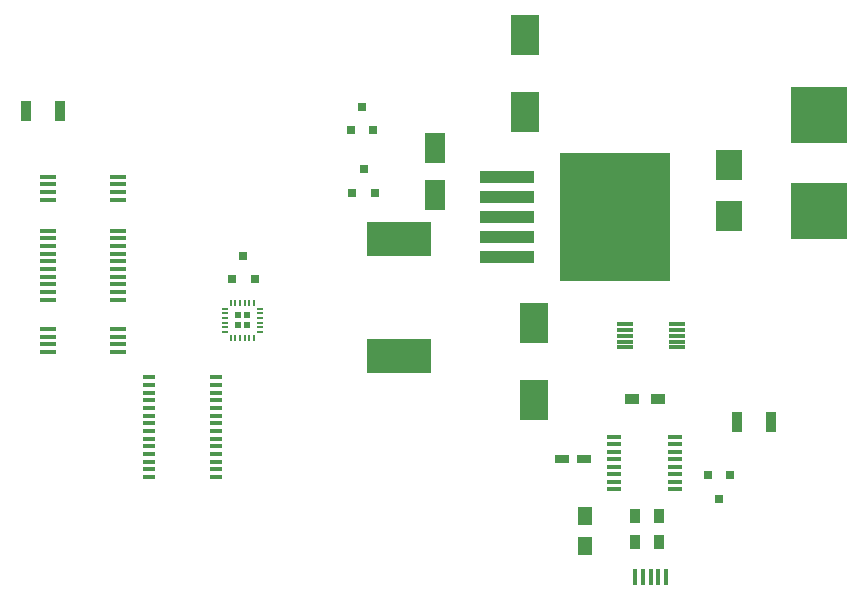
<source format=gbr>
G04 #@! TF.FileFunction,Paste,Top*
%FSLAX46Y46*%
G04 Gerber Fmt 4.6, Leading zero omitted, Abs format (unit mm)*
G04 Created by KiCad (PCBNEW (2015-11-11 BZR 6310)-product) date Sun 20 Dec 2015 11:13:31 PM CST*
%MOMM*%
G01*
G04 APERTURE LIST*
%ADD10C,0.100000*%
%ADD11R,0.400000X1.350000*%
%ADD12R,0.800100X0.800100*%
%ADD13R,4.600000X1.100000*%
%ADD14R,9.400000X10.800000*%
%ADD15R,0.900000X1.200000*%
%ADD16R,2.400300X3.500120*%
%ADD17R,1.200000X0.400000*%
%ADD18R,1.200000X0.750000*%
%ADD19R,1.450000X0.450000*%
%ADD20R,1.100000X0.400000*%
%ADD21R,1.400000X0.300000*%
%ADD22R,0.200000X0.550000*%
%ADD23R,0.550000X0.200000*%
%ADD24R,0.480000X0.525000*%
%ADD25R,1.200000X0.900000*%
%ADD26R,4.700000X4.700000*%
%ADD27R,0.900000X1.700000*%
%ADD28R,2.301240X2.499360*%
%ADD29R,1.800860X2.499360*%
%ADD30R,1.250000X1.500000*%
%ADD31R,5.400040X2.900680*%
G04 APERTURE END LIST*
D10*
D11*
X172855100Y-124373460D03*
X173505100Y-124373460D03*
X174155100Y-124373460D03*
X174805100Y-124373460D03*
X175455100Y-124373460D03*
D12*
X148896000Y-91888760D03*
X150796000Y-91888760D03*
X149846000Y-89889780D03*
X148746000Y-86578760D03*
X150646000Y-86578760D03*
X149696000Y-84579780D03*
D13*
X161964000Y-97332000D03*
X161964000Y-95632000D03*
X161964000Y-92232000D03*
D14*
X171114000Y-93932000D03*
D13*
X161964000Y-93932000D03*
X161964000Y-90532000D03*
D15*
X174834000Y-119248000D03*
X174834000Y-121448000D03*
X172802000Y-119248000D03*
X172802000Y-121448000D03*
D16*
X163488000Y-84991200D03*
X163488000Y-78488800D03*
X164250000Y-109375200D03*
X164250000Y-102872800D03*
D17*
X176248000Y-116982500D03*
X176248000Y-116347500D03*
X176248000Y-115712500D03*
X176248000Y-115077500D03*
X176248000Y-114442500D03*
X176248000Y-113807500D03*
X176248000Y-113172500D03*
X176248000Y-112537500D03*
X171048000Y-112537500D03*
X171048000Y-113172500D03*
X171048000Y-113807500D03*
X171048000Y-114442500D03*
X171048000Y-115077500D03*
X171048000Y-115712500D03*
X171048000Y-116347500D03*
X171048000Y-116982500D03*
D18*
X168510000Y-114440000D03*
X166610000Y-114440000D03*
D19*
X129050000Y-105345000D03*
X129050000Y-104695000D03*
X129050000Y-104045000D03*
X129050000Y-103395000D03*
X123150000Y-103395000D03*
X123150000Y-104045000D03*
X123150000Y-104695000D03*
X123150000Y-105345000D03*
X129020000Y-92455000D03*
X129020000Y-91805000D03*
X129020000Y-91155000D03*
X129020000Y-90505000D03*
X123120000Y-90505000D03*
X123120000Y-91155000D03*
X123120000Y-91805000D03*
X123120000Y-92455000D03*
D20*
X131682000Y-107487000D03*
X131682000Y-108137000D03*
X131682000Y-108787000D03*
X131682000Y-109437000D03*
X131682000Y-110087000D03*
X131682000Y-110737000D03*
X131682000Y-111387000D03*
X131682000Y-112037000D03*
X131682000Y-112687000D03*
X131682000Y-113337000D03*
X131682000Y-113987000D03*
X131682000Y-114637000D03*
X131682000Y-115287000D03*
X131682000Y-115937000D03*
X137382000Y-115937000D03*
X137382000Y-115287000D03*
X137382000Y-114637000D03*
X137382000Y-113987000D03*
X137382000Y-113337000D03*
X137382000Y-112687000D03*
X137382000Y-112037000D03*
X137382000Y-111387000D03*
X137382000Y-110737000D03*
X137382000Y-110087000D03*
X137382000Y-109437000D03*
X137382000Y-108787000D03*
X137382000Y-108137000D03*
X137382000Y-107487000D03*
D21*
X176356000Y-104958000D03*
X176356000Y-104458000D03*
X176356000Y-103958000D03*
X176356000Y-103458000D03*
X176356000Y-102958000D03*
X171956000Y-102958000D03*
X171956000Y-103458000D03*
X171956000Y-103958000D03*
X171956000Y-104458000D03*
X171956000Y-104958000D03*
D19*
X129050000Y-100925000D03*
X129050000Y-100275000D03*
X129050000Y-99625000D03*
X129050000Y-98975000D03*
X129050000Y-98325000D03*
X129050000Y-97675000D03*
X129050000Y-97025000D03*
X129050000Y-96375000D03*
X129050000Y-95725000D03*
X129050000Y-95075000D03*
X123150000Y-95075000D03*
X123150000Y-95725000D03*
X123150000Y-96375000D03*
X123150000Y-97025000D03*
X123150000Y-97675000D03*
X123150000Y-98325000D03*
X123150000Y-98975000D03*
X123150000Y-99625000D03*
X123150000Y-100275000D03*
X123150000Y-100925000D03*
D22*
X138579000Y-104165000D03*
X138979000Y-104165000D03*
X139379000Y-104165000D03*
X139779000Y-104165000D03*
X140179000Y-104165000D03*
X140579000Y-104165000D03*
D23*
X141079000Y-103665000D03*
X141079000Y-103265000D03*
X141079000Y-102865000D03*
X141079000Y-102465000D03*
X141079000Y-102065000D03*
X141079000Y-101665000D03*
D22*
X140579000Y-101165000D03*
X140179000Y-101165000D03*
X139779000Y-101165000D03*
X139379000Y-101165000D03*
X138979000Y-101165000D03*
X138579000Y-101165000D03*
D23*
X138079000Y-101665000D03*
X138079000Y-102065000D03*
X138079000Y-102465000D03*
X138079000Y-102865000D03*
X138079000Y-103265000D03*
X138079000Y-103665000D03*
D24*
X139979000Y-102230000D03*
X139179000Y-102230000D03*
X139979000Y-103100000D03*
X139179000Y-103100000D03*
D25*
X174760000Y-109310000D03*
X172560000Y-109310000D03*
D12*
X180880000Y-115779240D03*
X178980000Y-115779240D03*
X179930000Y-117778220D03*
D26*
X188380000Y-93424000D03*
X188380000Y-85296000D03*
D27*
X121260000Y-84900000D03*
X124160000Y-84900000D03*
D12*
X138712000Y-99192760D03*
X140612000Y-99192760D03*
X139662000Y-97193780D03*
D28*
X180760000Y-89497160D03*
X180760000Y-93794840D03*
D29*
X155850000Y-92078980D03*
X155850000Y-88081020D03*
D30*
X168620000Y-119260000D03*
X168620000Y-121760000D03*
D27*
X184350000Y-111310000D03*
X181450000Y-111310000D03*
D31*
X152830000Y-95749540D03*
X152830000Y-105650460D03*
M02*

</source>
